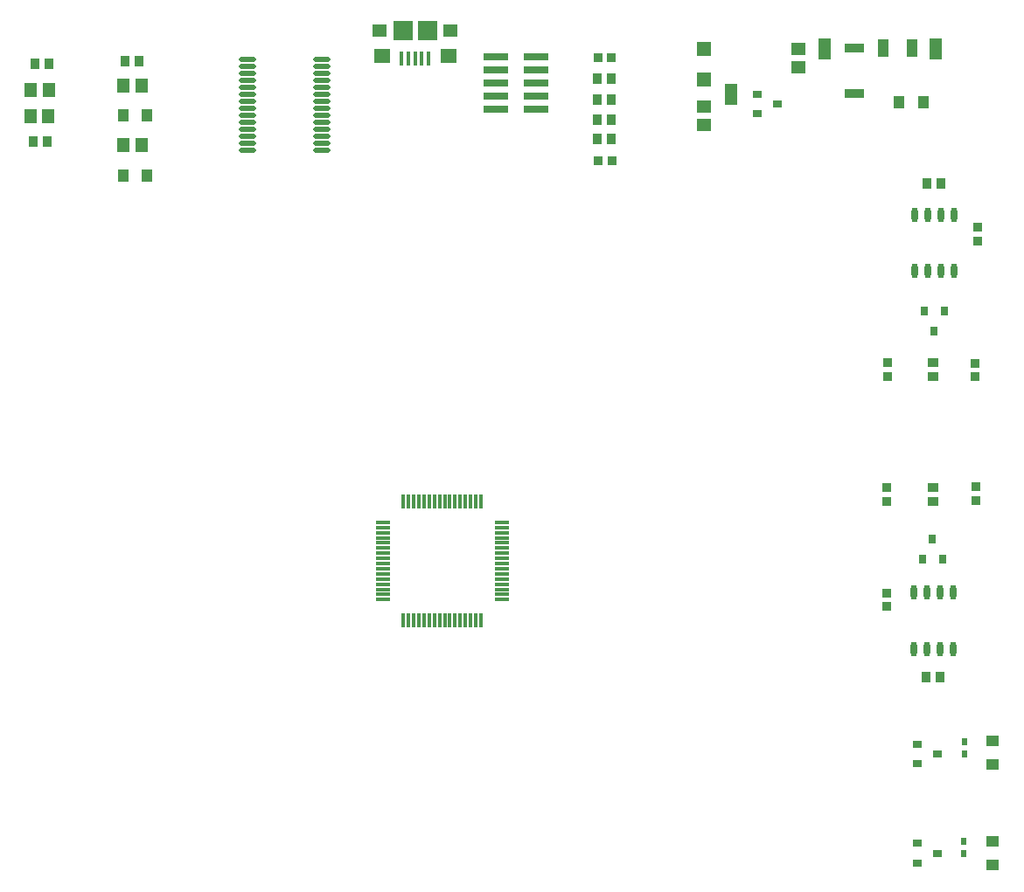
<source format=gbr>
%TF.GenerationSoftware,Altium Limited,Altium Designer,18.1.9 (240)*%
G04 Layer_Color=8421504*
%FSLAX26Y26*%
%MOIN*%
%TF.FileFunction,Paste,Top*%
%TF.Part,Single*%
G01*
G75*
%TA.AperFunction,SMDPad,CuDef*%
%ADD10R,0.045276X0.080709*%
%ADD11R,0.015748X0.053150*%
%ADD12R,0.062992X0.055118*%
%ADD13R,0.057087X0.051181*%
%ADD14R,0.074803X0.074803*%
%ADD15O,0.064961X0.019685*%
%ADD16R,0.053150X0.011811*%
%ADD17R,0.011811X0.053150*%
%ADD18O,0.023622X0.057087*%
%ADD19R,0.035433X0.031496*%
%ADD20R,0.045276X0.053150*%
%ADD21R,0.033465X0.037402*%
%ADD22R,0.037402X0.033465*%
%ADD23R,0.053150X0.045276*%
%ADD24R,0.023622X0.029528*%
%ADD25R,0.094488X0.029921*%
%ADD26R,0.043307X0.051181*%
%ADD27R,0.039370X0.070866*%
%ADD28R,0.057087X0.053150*%
%ADD29R,0.074803X0.035433*%
%ADD30R,0.031496X0.035433*%
%ADD31R,0.051181X0.043307*%
%ADD32R,0.035433X0.039370*%
%ADD33R,0.039370X0.035433*%
D10*
X6069000Y5772000D02*
D03*
X5712000Y5600000D02*
D03*
X6490000Y5774000D02*
D03*
D11*
X4558425Y5737685D02*
D03*
X4532835D02*
D03*
X4507244D02*
D03*
X4481654D02*
D03*
X4456063D02*
D03*
D12*
X4633228Y5746543D02*
D03*
X4381260D02*
D03*
D13*
X4642087Y5843000D02*
D03*
X4372402D02*
D03*
D14*
X4554488D02*
D03*
X4460000D02*
D03*
D15*
X4152717Y5387008D02*
D03*
Y5413622D02*
D03*
Y5440236D02*
D03*
Y5466850D02*
D03*
Y5493465D02*
D03*
Y5520079D02*
D03*
Y5546693D02*
D03*
Y5573307D02*
D03*
Y5599921D02*
D03*
Y5626535D02*
D03*
Y5653150D02*
D03*
Y5679764D02*
D03*
Y5706378D02*
D03*
Y5732992D02*
D03*
X3867284Y5387008D02*
D03*
Y5413622D02*
D03*
Y5440236D02*
D03*
Y5466850D02*
D03*
Y5493465D02*
D03*
Y5520079D02*
D03*
Y5546693D02*
D03*
Y5573307D02*
D03*
Y5599921D02*
D03*
Y5626535D02*
D03*
Y5653150D02*
D03*
Y5679764D02*
D03*
Y5706378D02*
D03*
Y5732992D02*
D03*
D16*
X4383622Y3967638D02*
D03*
Y3947953D02*
D03*
Y3928268D02*
D03*
Y3908583D02*
D03*
Y3888898D02*
D03*
Y3869213D02*
D03*
Y3849528D02*
D03*
Y3829843D02*
D03*
Y3810157D02*
D03*
Y3790472D02*
D03*
Y3770787D02*
D03*
Y3751102D02*
D03*
Y3731417D02*
D03*
Y3711732D02*
D03*
Y3692047D02*
D03*
Y3672362D02*
D03*
X4836378D02*
D03*
Y3692047D02*
D03*
Y3711732D02*
D03*
Y3731417D02*
D03*
Y3751102D02*
D03*
Y3770787D02*
D03*
Y3790472D02*
D03*
Y3810157D02*
D03*
Y3829843D02*
D03*
Y3849528D02*
D03*
Y3869213D02*
D03*
Y3888898D02*
D03*
Y3908583D02*
D03*
Y3928268D02*
D03*
Y3947953D02*
D03*
Y3967638D02*
D03*
D17*
X4462362Y3593622D02*
D03*
X4482047D02*
D03*
X4501732D02*
D03*
X4521417D02*
D03*
X4541102D02*
D03*
X4560787D02*
D03*
X4580472D02*
D03*
X4600157D02*
D03*
X4619842D02*
D03*
X4639528D02*
D03*
X4659213D02*
D03*
X4678898D02*
D03*
X4698583D02*
D03*
X4718268D02*
D03*
X4737953D02*
D03*
X4757638D02*
D03*
Y4046378D02*
D03*
X4737953D02*
D03*
X4718268D02*
D03*
X4698583D02*
D03*
X4678898D02*
D03*
X4659213D02*
D03*
X4639528D02*
D03*
X4619842D02*
D03*
X4600157D02*
D03*
X4580472D02*
D03*
X4560787D02*
D03*
X4541102D02*
D03*
X4521417D02*
D03*
X4501732D02*
D03*
X4482047D02*
D03*
X4462362D02*
D03*
D18*
X6557000Y3699283D02*
D03*
X6507000D02*
D03*
X6457000D02*
D03*
X6407000D02*
D03*
X6557000Y3484716D02*
D03*
X6507000D02*
D03*
X6457000D02*
D03*
X6407000D02*
D03*
X6410000Y4926717D02*
D03*
X6460000D02*
D03*
X6510000D02*
D03*
X6560000D02*
D03*
X6410000Y5141283D02*
D03*
X6460000D02*
D03*
X6510000D02*
D03*
X6560000D02*
D03*
D19*
X5888370Y5564000D02*
D03*
X5809630Y5526599D02*
D03*
Y5601402D02*
D03*
X6498372Y2704952D02*
D03*
X6419632Y2667550D02*
D03*
Y2742353D02*
D03*
X6498372Y3084240D02*
D03*
X6419632Y3046839D02*
D03*
Y3121642D02*
D03*
D20*
X3463596Y5408159D02*
D03*
X3394699D02*
D03*
X3463596Y5634710D02*
D03*
X3394699D02*
D03*
X3040145Y5518485D02*
D03*
X3109042D02*
D03*
X3042230Y5617871D02*
D03*
X3111127D02*
D03*
D21*
X5205812Y5346981D02*
D03*
X5256993D02*
D03*
X5203819Y5741000D02*
D03*
X5255000D02*
D03*
D22*
X6304000Y3647409D02*
D03*
Y3698590D02*
D03*
X6305068Y4099369D02*
D03*
Y4048188D02*
D03*
X6643000Y4051819D02*
D03*
Y4103000D02*
D03*
X6651000Y5092591D02*
D03*
Y5041409D02*
D03*
X6641068Y4523779D02*
D03*
Y4574960D02*
D03*
X6307698Y4576369D02*
D03*
Y4525188D02*
D03*
D23*
X5609000Y5554000D02*
D03*
Y5485102D02*
D03*
X5969000Y5772000D02*
D03*
Y5703102D02*
D03*
D24*
X6599435Y2750227D02*
D03*
Y2704952D02*
D03*
X6600986Y3129516D02*
D03*
Y3084240D02*
D03*
D25*
X4813228Y5745000D02*
D03*
X4966772D02*
D03*
X4813228Y5695000D02*
D03*
X4966772D02*
D03*
X4813228Y5645000D02*
D03*
X4966772D02*
D03*
X4813228Y5595000D02*
D03*
X4966772D02*
D03*
X4813228Y5545000D02*
D03*
X4966772D02*
D03*
D26*
X6352724Y5569000D02*
D03*
X6443276D02*
D03*
X3394449Y5289000D02*
D03*
X3485000D02*
D03*
X3394024Y5521238D02*
D03*
X3484576D02*
D03*
D27*
X6291000Y5776000D02*
D03*
X6401236D02*
D03*
D28*
X5609000Y5773000D02*
D03*
Y5656858D02*
D03*
D29*
X6182000Y5604370D02*
D03*
Y5775630D02*
D03*
D30*
X6485598Y4696260D02*
D03*
X6448197Y4775000D02*
D03*
X6523000D02*
D03*
X6479000Y3904370D02*
D03*
X6516401Y3825630D02*
D03*
X6441598D02*
D03*
D31*
X6708467Y2659676D02*
D03*
Y2750227D02*
D03*
Y3042904D02*
D03*
Y3133456D02*
D03*
D32*
X5255000Y5581000D02*
D03*
X5201850D02*
D03*
X5256014Y5504462D02*
D03*
X5202864D02*
D03*
X5255537Y5430084D02*
D03*
X5202387D02*
D03*
X5255000Y5661000D02*
D03*
X5201850D02*
D03*
X6506643Y3376779D02*
D03*
X6453493D02*
D03*
X3455722Y5725702D02*
D03*
X3402573D02*
D03*
X3111127Y5717241D02*
D03*
X3057978D02*
D03*
X3050459Y5421021D02*
D03*
X3103609D02*
D03*
X6457425Y5260000D02*
D03*
X6510575D02*
D03*
D33*
X6480068Y4100354D02*
D03*
Y4047204D02*
D03*
X6482068Y4524204D02*
D03*
Y4577354D02*
D03*
%TF.MD5,0634d304f358d4f8680fec9349ae3241*%
M02*

</source>
